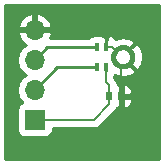
<source format=gbl>
G04 #@! TF.GenerationSoftware,KiCad,Pcbnew,(2018-01-21 revision 6b9866de8)-makepkg*
G04 #@! TF.CreationDate,2018-06-15T04:58:28+02:00*
G04 #@! TF.ProjectId,micro_first,6D6963726F5F66697273742E6B696361,rev?*
G04 #@! TF.SameCoordinates,Original*
G04 #@! TF.FileFunction,Copper,L2,Bot,Signal*
G04 #@! TF.FilePolarity,Positive*
%FSLAX46Y46*%
G04 Gerber Fmt 4.6, Leading zero omitted, Abs format (unit mm)*
G04 Created by KiCad (PCBNEW (2018-01-21 revision 6b9866de8)-makepkg) date 06/15/18 04:58:28*
%MOMM*%
%LPD*%
G01*
G04 APERTURE LIST*
%ADD10C,0.010000*%
%ADD11C,0.100000*%
%ADD12R,0.450000X0.750000*%
%ADD13R,0.600000X0.700000*%
%ADD14R,1.700000X1.700000*%
%ADD15O,1.700000X1.700000*%
%ADD16C,0.304800*%
%ADD17C,0.203200*%
%ADD18C,0.250000*%
%ADD19C,0.254000*%
G04 APERTURE END LIST*
D10*
X152980000Y-96400000D03*
D11*
G36*
X154059021Y-95373036D02*
X154158858Y-95385648D01*
X154256987Y-95407943D01*
X154352473Y-95439706D01*
X154444404Y-95480637D01*
X154531902Y-95530342D01*
X154614131Y-95588349D01*
X154690308Y-95654103D01*
X154759705Y-95726977D01*
X154821659Y-95806275D01*
X154875580Y-95891240D01*
X154920952Y-95981061D01*
X154957342Y-96074881D01*
X154984404Y-96171805D01*
X155001878Y-96270907D01*
X155009598Y-96371241D01*
X155010000Y-96400000D01*
X155005084Y-96500510D01*
X154990384Y-96600061D01*
X154966039Y-96697703D01*
X154932282Y-96792502D01*
X154889436Y-96883556D01*
X154837909Y-96969993D01*
X154778193Y-97050990D01*
X154710858Y-97125773D01*
X154636547Y-97193629D01*
X154555969Y-97253909D01*
X154469893Y-97306038D01*
X154379141Y-97349519D01*
X154284579Y-97383937D01*
X154187110Y-97408963D01*
X154087664Y-97424358D01*
X153987191Y-97429975D01*
X153886648Y-97425761D01*
X153786997Y-97411756D01*
X153689188Y-97388093D01*
X153594155Y-97354999D01*
X153502805Y-97312790D01*
X153416010Y-97261867D01*
X153334598Y-97202718D01*
X153259347Y-97135907D01*
X153190974Y-97062071D01*
X153130133Y-96981916D01*
X153077404Y-96896206D01*
X153033291Y-96805760D01*
X152998214Y-96711441D01*
X152972508Y-96614149D01*
X152956419Y-96514813D01*
X152950100Y-96414381D01*
X152950884Y-96391902D01*
X153400057Y-96391902D01*
X153402034Y-96448533D01*
X153409529Y-96504701D01*
X153422468Y-96559870D01*
X153440730Y-96613512D01*
X153464139Y-96665117D01*
X153492471Y-96714191D01*
X153525458Y-96760266D01*
X153562783Y-96802902D01*
X153604090Y-96841692D01*
X153648986Y-96876267D01*
X153697041Y-96906295D01*
X153747798Y-96931490D01*
X153800770Y-96951613D01*
X153855454Y-96966470D01*
X153911326Y-96975920D01*
X153967853Y-96979873D01*
X154024497Y-96978291D01*
X154080716Y-96971188D01*
X154135973Y-96958634D01*
X154189742Y-96940748D01*
X154241509Y-96917700D01*
X154290780Y-96889710D01*
X154337084Y-96857046D01*
X154379979Y-96820020D01*
X154419057Y-96778984D01*
X154453944Y-96734331D01*
X154484307Y-96686486D01*
X154509856Y-96635907D01*
X154530348Y-96583076D01*
X154545587Y-96528498D01*
X154555427Y-96472693D01*
X154559774Y-96416195D01*
X154560000Y-96400000D01*
X154557232Y-96343402D01*
X154548954Y-96287344D01*
X154535245Y-96232362D01*
X154516237Y-96178979D01*
X154492110Y-96127706D01*
X154463094Y-96079033D01*
X154429468Y-96033423D01*
X154391551Y-95991312D01*
X154349706Y-95953102D01*
X154304332Y-95919158D01*
X154255862Y-95889804D01*
X154204759Y-95865319D01*
X154151511Y-95845939D01*
X154096625Y-95831846D01*
X154040627Y-95823177D01*
X153984049Y-95820014D01*
X153927433Y-95822387D01*
X153871319Y-95830273D01*
X153816242Y-95843598D01*
X153762728Y-95862233D01*
X153711288Y-95886002D01*
X153662413Y-95914677D01*
X153616570Y-95947984D01*
X153574195Y-95985606D01*
X153535694Y-96027183D01*
X153501434Y-96072319D01*
X153471742Y-96120583D01*
X153446902Y-96171514D01*
X153427149Y-96224625D01*
X153412674Y-96279411D01*
X153403615Y-96335348D01*
X153400057Y-96391902D01*
X152950884Y-96391902D01*
X152953612Y-96313812D01*
X152966921Y-96214065D01*
X152989900Y-96116094D01*
X153022330Y-96020832D01*
X153063901Y-95929189D01*
X153114216Y-95842041D01*
X153172796Y-95760218D01*
X153239080Y-95684502D01*
X153312437Y-95615616D01*
X153392165Y-95554216D01*
X153477505Y-95500890D01*
X153567640Y-95456146D01*
X153661712Y-95420412D01*
X153758823Y-95394028D01*
X153858044Y-95377246D01*
X153958429Y-95370226D01*
X154059021Y-95373036D01*
X154059021Y-95373036D01*
G37*
D12*
X151800000Y-97250000D03*
X151800000Y-95550000D03*
X152500000Y-95550000D03*
X152500000Y-97250000D03*
D13*
X153800000Y-99700000D03*
X152800000Y-99700000D03*
D14*
X146500000Y-101700000D03*
D15*
X146500000Y-99160000D03*
X146500000Y-96620000D03*
X146500000Y-94080000D03*
D16*
X154500000Y-97000000D02*
X155200000Y-97700000D01*
X155200000Y-97700000D02*
X155400000Y-97700000D01*
X154600000Y-95700000D02*
X155300000Y-95000000D01*
X155300000Y-95000000D02*
X155500000Y-95000000D01*
D17*
X153800000Y-99700000D02*
X153800000Y-97220000D01*
X153400000Y-95900000D02*
X153050000Y-95550000D01*
X153050000Y-95550000D02*
X152500000Y-95550000D01*
D18*
X152500000Y-94760002D02*
X152500000Y-95550000D01*
X152500000Y-97600000D02*
X152500000Y-97250000D01*
D17*
X152800000Y-100400000D02*
X152800000Y-99700000D01*
X146500000Y-101700000D02*
X151500000Y-101700000D01*
X151500000Y-101700000D02*
X152800000Y-100400000D01*
X152500000Y-98500000D02*
X152500000Y-97250000D01*
X152800000Y-99700000D02*
X152800000Y-98800000D01*
X152800000Y-98800000D02*
X152500000Y-98500000D01*
D18*
X148410000Y-97250000D02*
X151800000Y-97250000D01*
X146500000Y-99160000D02*
X148410000Y-97250000D01*
X149750000Y-95550000D02*
X151800000Y-95550000D01*
X146500000Y-96620000D02*
X147570000Y-95550000D01*
X147570000Y-95550000D02*
X149750000Y-95550000D01*
D19*
G36*
X156990000Y-104990000D02*
X144010000Y-104990000D01*
X144010000Y-96620000D01*
X144985908Y-96620000D01*
X145101161Y-97199418D01*
X145429375Y-97690625D01*
X145727761Y-97890000D01*
X145429375Y-98089375D01*
X145101161Y-98580582D01*
X144985908Y-99160000D01*
X145101161Y-99739418D01*
X145429375Y-100230625D01*
X145447619Y-100242816D01*
X145402235Y-100251843D01*
X145192191Y-100392191D01*
X145051843Y-100602235D01*
X145002560Y-100850000D01*
X145002560Y-102550000D01*
X145051843Y-102797765D01*
X145192191Y-103007809D01*
X145402235Y-103148157D01*
X145650000Y-103197440D01*
X147350000Y-103197440D01*
X147597765Y-103148157D01*
X147807809Y-103007809D01*
X147948157Y-102797765D01*
X147997440Y-102550000D01*
X147997440Y-102436600D01*
X151500000Y-102436600D01*
X151781885Y-102380530D01*
X152020855Y-102220855D01*
X153320855Y-100920855D01*
X153470136Y-100697440D01*
X153478449Y-100685000D01*
X153514250Y-100685000D01*
X153673000Y-100526250D01*
X153673000Y-100335415D01*
X153698157Y-100297765D01*
X153747440Y-100050000D01*
X153747440Y-99827000D01*
X153927000Y-99827000D01*
X153927000Y-100526250D01*
X154085750Y-100685000D01*
X154226309Y-100685000D01*
X154459698Y-100588327D01*
X154638327Y-100409699D01*
X154735000Y-100176310D01*
X154735000Y-99985750D01*
X154576250Y-99827000D01*
X153927000Y-99827000D01*
X153747440Y-99827000D01*
X153747440Y-99350000D01*
X153698157Y-99102235D01*
X153673000Y-99064585D01*
X153673000Y-98873750D01*
X153927000Y-98873750D01*
X153927000Y-99573000D01*
X154576250Y-99573000D01*
X154735000Y-99414250D01*
X154735000Y-99223690D01*
X154638327Y-98990301D01*
X154459698Y-98811673D01*
X154226309Y-98715000D01*
X154085750Y-98715000D01*
X153927000Y-98873750D01*
X153673000Y-98873750D01*
X153521044Y-98721794D01*
X153480530Y-98518115D01*
X153320855Y-98279145D01*
X153236600Y-98194890D01*
X153236600Y-98002306D01*
X153287930Y-97925486D01*
X153294199Y-97928763D01*
X153411354Y-97976097D01*
X153604196Y-98032854D01*
X153728318Y-98056531D01*
X153928512Y-98074750D01*
X154054866Y-98073868D01*
X154254785Y-98052856D01*
X154378565Y-98027448D01*
X154570596Y-97968004D01*
X154687078Y-97919039D01*
X154863906Y-97823429D01*
X154968664Y-97752769D01*
X155123553Y-97624633D01*
X155212588Y-97534974D01*
X155339639Y-97379194D01*
X155409565Y-97273946D01*
X155503938Y-97096455D01*
X155552088Y-96979635D01*
X155610190Y-96787194D01*
X155634734Y-96663240D01*
X155654350Y-96463179D01*
X155657377Y-96390951D01*
X155656975Y-96362192D01*
X155651933Y-96290097D01*
X155626739Y-96090661D01*
X155598744Y-95967441D01*
X155535292Y-95776697D01*
X155483897Y-95661261D01*
X155384604Y-95486475D01*
X155311768Y-95383225D01*
X155180417Y-95231053D01*
X155088913Y-95143914D01*
X154930507Y-95020153D01*
X154823818Y-94952446D01*
X154644389Y-94861810D01*
X154526582Y-94816116D01*
X154332967Y-94762058D01*
X154208528Y-94740116D01*
X154008099Y-94724694D01*
X153881768Y-94727341D01*
X153682162Y-94751143D01*
X153558756Y-94778275D01*
X153367573Y-94840393D01*
X153288102Y-94875113D01*
X153263327Y-94815301D01*
X153084698Y-94636673D01*
X152851309Y-94540000D01*
X152771250Y-94540000D01*
X152612500Y-94698750D01*
X152612500Y-94911286D01*
X152482809Y-94717191D01*
X152272765Y-94576843D01*
X152263812Y-94575062D01*
X152228750Y-94540000D01*
X152148691Y-94540000D01*
X152128853Y-94548217D01*
X152025000Y-94527560D01*
X151575000Y-94527560D01*
X151327235Y-94576843D01*
X151117191Y-94717191D01*
X151068541Y-94790000D01*
X147795222Y-94790000D01*
X147941476Y-94436890D01*
X147820155Y-94207000D01*
X146627000Y-94207000D01*
X146627000Y-94227000D01*
X146373000Y-94227000D01*
X146373000Y-94207000D01*
X145179845Y-94207000D01*
X145058524Y-94436890D01*
X145228355Y-94846924D01*
X145618642Y-95275183D01*
X145748478Y-95336157D01*
X145429375Y-95549375D01*
X145101161Y-96040582D01*
X144985908Y-96620000D01*
X144010000Y-96620000D01*
X144010000Y-93723110D01*
X145058524Y-93723110D01*
X145179845Y-93953000D01*
X146373000Y-93953000D01*
X146373000Y-92759181D01*
X146627000Y-92759181D01*
X146627000Y-93953000D01*
X147820155Y-93953000D01*
X147941476Y-93723110D01*
X147771645Y-93313076D01*
X147381358Y-92884817D01*
X146856892Y-92638514D01*
X146627000Y-92759181D01*
X146373000Y-92759181D01*
X146143108Y-92638514D01*
X145618642Y-92884817D01*
X145228355Y-93313076D01*
X145058524Y-93723110D01*
X144010000Y-93723110D01*
X144010000Y-92010000D01*
X156990000Y-92010000D01*
X156990000Y-104990000D01*
X156990000Y-104990000D01*
G37*
X156990000Y-104990000D02*
X144010000Y-104990000D01*
X144010000Y-96620000D01*
X144985908Y-96620000D01*
X145101161Y-97199418D01*
X145429375Y-97690625D01*
X145727761Y-97890000D01*
X145429375Y-98089375D01*
X145101161Y-98580582D01*
X144985908Y-99160000D01*
X145101161Y-99739418D01*
X145429375Y-100230625D01*
X145447619Y-100242816D01*
X145402235Y-100251843D01*
X145192191Y-100392191D01*
X145051843Y-100602235D01*
X145002560Y-100850000D01*
X145002560Y-102550000D01*
X145051843Y-102797765D01*
X145192191Y-103007809D01*
X145402235Y-103148157D01*
X145650000Y-103197440D01*
X147350000Y-103197440D01*
X147597765Y-103148157D01*
X147807809Y-103007809D01*
X147948157Y-102797765D01*
X147997440Y-102550000D01*
X147997440Y-102436600D01*
X151500000Y-102436600D01*
X151781885Y-102380530D01*
X152020855Y-102220855D01*
X153320855Y-100920855D01*
X153470136Y-100697440D01*
X153478449Y-100685000D01*
X153514250Y-100685000D01*
X153673000Y-100526250D01*
X153673000Y-100335415D01*
X153698157Y-100297765D01*
X153747440Y-100050000D01*
X153747440Y-99827000D01*
X153927000Y-99827000D01*
X153927000Y-100526250D01*
X154085750Y-100685000D01*
X154226309Y-100685000D01*
X154459698Y-100588327D01*
X154638327Y-100409699D01*
X154735000Y-100176310D01*
X154735000Y-99985750D01*
X154576250Y-99827000D01*
X153927000Y-99827000D01*
X153747440Y-99827000D01*
X153747440Y-99350000D01*
X153698157Y-99102235D01*
X153673000Y-99064585D01*
X153673000Y-98873750D01*
X153927000Y-98873750D01*
X153927000Y-99573000D01*
X154576250Y-99573000D01*
X154735000Y-99414250D01*
X154735000Y-99223690D01*
X154638327Y-98990301D01*
X154459698Y-98811673D01*
X154226309Y-98715000D01*
X154085750Y-98715000D01*
X153927000Y-98873750D01*
X153673000Y-98873750D01*
X153521044Y-98721794D01*
X153480530Y-98518115D01*
X153320855Y-98279145D01*
X153236600Y-98194890D01*
X153236600Y-98002306D01*
X153287930Y-97925486D01*
X153294199Y-97928763D01*
X153411354Y-97976097D01*
X153604196Y-98032854D01*
X153728318Y-98056531D01*
X153928512Y-98074750D01*
X154054866Y-98073868D01*
X154254785Y-98052856D01*
X154378565Y-98027448D01*
X154570596Y-97968004D01*
X154687078Y-97919039D01*
X154863906Y-97823429D01*
X154968664Y-97752769D01*
X155123553Y-97624633D01*
X155212588Y-97534974D01*
X155339639Y-97379194D01*
X155409565Y-97273946D01*
X155503938Y-97096455D01*
X155552088Y-96979635D01*
X155610190Y-96787194D01*
X155634734Y-96663240D01*
X155654350Y-96463179D01*
X155657377Y-96390951D01*
X155656975Y-96362192D01*
X155651933Y-96290097D01*
X155626739Y-96090661D01*
X155598744Y-95967441D01*
X155535292Y-95776697D01*
X155483897Y-95661261D01*
X155384604Y-95486475D01*
X155311768Y-95383225D01*
X155180417Y-95231053D01*
X155088913Y-95143914D01*
X154930507Y-95020153D01*
X154823818Y-94952446D01*
X154644389Y-94861810D01*
X154526582Y-94816116D01*
X154332967Y-94762058D01*
X154208528Y-94740116D01*
X154008099Y-94724694D01*
X153881768Y-94727341D01*
X153682162Y-94751143D01*
X153558756Y-94778275D01*
X153367573Y-94840393D01*
X153288102Y-94875113D01*
X153263327Y-94815301D01*
X153084698Y-94636673D01*
X152851309Y-94540000D01*
X152771250Y-94540000D01*
X152612500Y-94698750D01*
X152612500Y-94911286D01*
X152482809Y-94717191D01*
X152272765Y-94576843D01*
X152263812Y-94575062D01*
X152228750Y-94540000D01*
X152148691Y-94540000D01*
X152128853Y-94548217D01*
X152025000Y-94527560D01*
X151575000Y-94527560D01*
X151327235Y-94576843D01*
X151117191Y-94717191D01*
X151068541Y-94790000D01*
X147795222Y-94790000D01*
X147941476Y-94436890D01*
X147820155Y-94207000D01*
X146627000Y-94207000D01*
X146627000Y-94227000D01*
X146373000Y-94227000D01*
X146373000Y-94207000D01*
X145179845Y-94207000D01*
X145058524Y-94436890D01*
X145228355Y-94846924D01*
X145618642Y-95275183D01*
X145748478Y-95336157D01*
X145429375Y-95549375D01*
X145101161Y-96040582D01*
X144985908Y-96620000D01*
X144010000Y-96620000D01*
X144010000Y-93723110D01*
X145058524Y-93723110D01*
X145179845Y-93953000D01*
X146373000Y-93953000D01*
X146373000Y-92759181D01*
X146627000Y-92759181D01*
X146627000Y-93953000D01*
X147820155Y-93953000D01*
X147941476Y-93723110D01*
X147771645Y-93313076D01*
X147381358Y-92884817D01*
X146856892Y-92638514D01*
X146627000Y-92759181D01*
X146373000Y-92759181D01*
X146143108Y-92638514D01*
X145618642Y-92884817D01*
X145228355Y-93313076D01*
X145058524Y-93723110D01*
X144010000Y-93723110D01*
X144010000Y-92010000D01*
X156990000Y-92010000D01*
X156990000Y-104990000D01*
M02*

</source>
